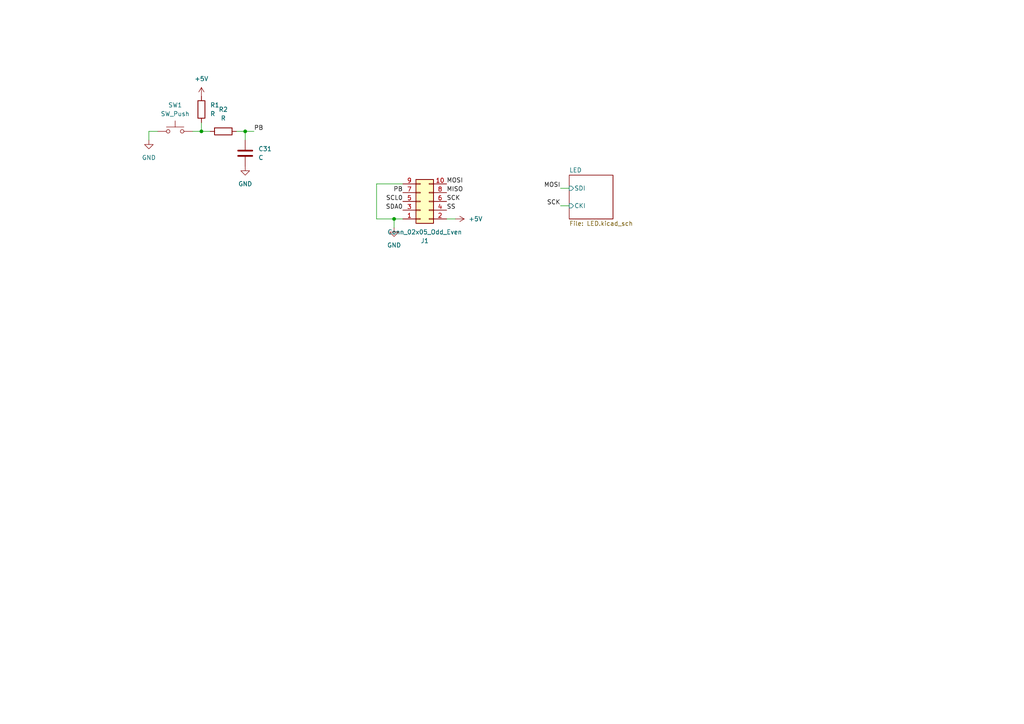
<source format=kicad_sch>
(kicad_sch (version 20230121) (generator eeschema)
  (paper "A4")
  (lib_symbols
    (symbol "Connector_Generic:Conn_02x05_Odd_Even" (pin_names (offset 1.016) hide)
      (property "Reference" "J" (at 1.27 7.62 0))
      (property "Value" "Conn_02x05_Odd_Even" (at 1.27 -7.62 0))
      (symbol "Conn_02x05_Odd_Even_1_1"
        (rectangle (start -1.27 -4.953) (end 0 -5.207) (stroke (width 0.1524)))
        (rectangle (start -1.27 -2.413) (end 0 -2.667) (stroke (width 0.1524)))
        (rectangle (start -1.27 0.127) (end 0 -0.127) (stroke (width 0.1524)))
        (rectangle (start -1.27 2.667) (end 0 2.413) (stroke (width 0.1524)))
        (rectangle (start -1.27 5.207) (end 0 4.953) (stroke (width 0.1524)))
        (rectangle (start -1.27 6.35) (end 3.81 -6.35) (stroke (width 0.254)) (fill (type background)))
        (rectangle (start 3.81 -4.953) (end 2.54 -5.207) (stroke (width 0.1524)))
        (rectangle (start 3.81 -2.413) (end 2.54 -2.667) (stroke (width 0.1524)))
        (rectangle (start 3.81 0.127) (end 2.54 -0.127) (stroke (width 0.1524)))
        (rectangle (start 3.81 2.667) (end 2.54 2.413) (stroke (width 0.1524)))
        (rectangle (start 3.81 5.207) (end 2.54 4.953) (stroke (width 0.1524)))
        (pin passive line (at -5.08 5.08 0) (length 3.81) (name "Pin_1") (number "1"))
        (pin passive line (at 7.62 -5.08 180) (length 3.81) (name "Pin_10") (number "10"))
        (pin passive line (at 7.62 5.08 180) (length 3.81) (name "Pin_2") (number "2"))
        (pin passive line (at -5.08 2.54 0) (length 3.81) (name "Pin_3") (number "3"))
        (pin passive line (at 7.62 2.54 180) (length 3.81) (name "Pin_4") (number "4"))
        (pin passive line (at -5.08 0 0) (length 3.81) (name "Pin_5") (number "5"))
        (pin passive line (at 7.62 0 180) (length 3.81) (name "Pin_6") (number "6"))
        (pin passive line (at -5.08 -2.54 0) (length 3.81) (name "Pin_7") (number "7"))
        (pin passive line (at 7.62 -2.54 180) (length 3.81) (name "Pin_8") (number "8"))
        (pin passive line (at -5.08 -5.08 0) (length 3.81) (name "Pin_9") (number "9"))
      )
    )
    (symbol "Device:C" (pin_numbers hide) (pin_names (offset 0.254))
      (property "Reference" "C" (at 0.635 2.54 0))
      (property "Value" "C" (at 0.635 -2.54 0))
      (symbol "C_0_1"
        (polyline (pts (xy -2.032 -0.762) (xy 2.032 -0.762)) (stroke (width 0.508)))
        (polyline (pts (xy -2.032 0.762) (xy 2.032 0.762)) (stroke (width 0.508)))
      )
      (symbol "C_1_1"
        (pin passive line (at 0 3.81 270) (length 2.794) (name "~") (number "1"))
        (pin passive line (at 0 -3.81 90) (length 2.794) (name "~") (number "2"))
      )
    )
    (symbol "Device:R" (pin_numbers hide) (pin_names (offset 0))
      (property "Reference" "R" (at 2.032 0 90))
      (property "Value" "R" (at 0 0 90))
      (symbol "R_0_1"
        (rectangle (start -1.016 -2.54) (end 1.016 2.54) (stroke (width 0.254)))
      )
      (symbol "R_1_1"
        (pin passive line (at 0 3.81 270) (length 1.27) (name "~") (number "1"))
        (pin passive line (at 0 -3.81 90) (length 1.27) (name "~") (number "2"))
      )
    )
    (symbol "Switch:SW_Push" (pin_numbers hide) (pin_names (offset 1.016) hide)
      (property "Reference" "SW" (at 1.27 2.54 0))
      (property "Value" "SW_Push" (at 0 -1.524 0))
      (symbol "SW_Push_0_1"
        (circle (center -2.032 0) (radius 0.508))
        (polyline (pts (xy 0 1.27) (xy 0 3.048)))
        (polyline (pts (xy 2.54 1.27) (xy -2.54 1.27)))
        (circle (center 2.032 0) (radius 0.508))
        (pin passive line (at -5.08 0 0) (length 2.54) (name "1") (number "1"))
        (pin passive line (at 5.08 0 180) (length 2.54) (name "2") (number "2"))
      )
    )
    (symbol "power:+5V" (power) (pin_names (offset 0))
      (property "Value" "+5V" (at 0 3.556 0))
      (symbol "+5V_0_1"
        (polyline (pts (xy -0.762 1.27) (xy 0 2.54)))
        (polyline (pts (xy 0 0) (xy 0 2.54)))
        (polyline (pts (xy 0 2.54) (xy 0.762 1.27)))
      )
      (symbol "+5V_1_1"
        (pin power_in line (at 0 0 90) (length 0) hide (name "+5V") (number "1"))
      )
    )
    (symbol "power:GND" (power) (pin_names (offset 0))
      (property "Value" "GND" (at 0 -3.81 0))
      (symbol "GND_0_1"
        (polyline (pts (xy 0 0) (xy 0 -1.27) (xy 1.27 -1.27) (xy 0 -2.54) (xy -1.27 -1.27) (xy 0 -1.27)))
      )
      (symbol "GND_1_1"
        (pin power_in line (at 0 0 270) (length 0) hide (name "GND") (number "1"))
      )
    )
  )
  (junction (at 114.3 63.5))
  (junction (at 58.42 38.1))
  (junction (at 71.12 38.1))
  (wire (pts (xy 71.12 38.1) (xy 73.66 38.1)))
  (wire (pts (xy 114.3 66.04) (xy 114.3 63.5)))
  (wire (pts (xy 109.22 63.5) (xy 114.3 63.5)))
  (wire (pts (xy 162.56 59.69) (xy 165.1 59.69)))
  (wire (pts (xy 162.56 54.61) (xy 165.1 54.61)))
  (wire (pts (xy 114.3 63.5) (xy 116.84 63.5)))
  (wire (pts (xy 58.42 35.56) (xy 58.42 38.1)))
  (wire (pts (xy 55.88 38.1) (xy 58.42 38.1)))
  (wire (pts (xy 58.42 38.1) (xy 60.96 38.1)))
  (wire (pts (xy 43.18 40.64) (xy 43.18 38.1)))
  (wire (pts (xy 71.12 40.64) (xy 71.12 38.1)))
  (wire (pts (xy 43.18 38.1) (xy 45.72 38.1)))
  (wire (pts (xy 129.54 63.5) (xy 132.08 63.5)))
  (wire (pts (xy 116.84 53.34) (xy 109.22 53.34)))
  (wire (pts (xy 71.12 38.1) (xy 68.58 38.1)))
  (wire (pts (xy 109.22 53.34) (xy 109.22 63.5)))
  (label "SCL0" (at 116.84 58.42 180))
  (label "SS" (at 129.54 60.96 0))
  (label "PB" (at 73.66 38.1 0))
  (label "PB" (at 116.84 55.88 180))
  (label "MOSI" (at 162.56 54.61 180))
  (label "MISO" (at 129.54 55.88 0))
  (label "SDA0" (at 116.84 60.96 180))
  (label "MOSI" (at 129.54 53.34 0))
  (label "SCK" (at 162.56 59.69 180))
  (label "SCK" (at 129.54 58.42 0))
  (symbol (lib_id "power:GND") (at 71.12 48.26 0) (unit 1)
    (property "Reference" "#PWR076" (effects hide))
    (property "Value" "GND" (at 71.12 53.34 0))
  )
  (symbol (lib_id "power:GND") (at 43.18 40.64 0) (unit 1)
    (property "Reference" "#PWR075" (effects hide))
    (property "Value" "GND" (at 43.18 45.72 0))
  )
  (symbol (lib_id "power:+5V") (at 58.42 27.94 0) (unit 1)
    (property "Reference" "#PWR077" (effects hide))
    (property "Value" "+5V" (at 58.42 22.86 0))
  )
  (symbol (lib_id "Device:R") (at 64.77 38.1 90) (unit 1)
    (property "Reference" "R2" (at 64.77 31.75 90))
    (property "Value" "R" (at 64.77 34.29 90))
    (property "Footprint" "Resistor_SMD:R_0603_1608Metric_Pad0.98x0.95mm_HandSolder" (effects hide))
  )
  (symbol (lib_id "Device:R") (at 58.42 31.75 0) (unit 1)
    (property "Reference" "R1" (at 60.96 30.48 0) (effects (justify left)))
    (property "Value" "R" (at 60.96 33.02 0) (effects (justify left)))
    (property "Footprint" "Resistor_SMD:R_0603_1608Metric_Pad0.98x0.95mm_HandSolder" (effects hide))
  )
  (symbol (lib_id "Device:C") (at 71.12 44.45 0) (unit 1)
    (property "Reference" "C31" (at 74.93 43.18 0) (effects (justify left)))
    (property "Value" "C" (at 74.93 45.72 0) (effects (justify left)))
    (property "Footprint" "Capacitor_SMD:C_0603_1608Metric_Pad1.08x0.95mm_HandSolder" (effects hide))
  )
  (symbol (lib_id "power:GND") (at 114.3 66.04 0) (unit 1)
    (property "Reference" "#PWR073" (effects hide))
    (property "Value" "GND" (at 114.3 71.12 0))
  )
  (symbol (lib_id "Switch:SW_Push") (at 50.8 38.1 0) (unit 1)
    (property "Reference" "SW1" (at 50.8 30.48 0))
    (property "Value" "SW_Push" (at 50.8 33.02 0))
    (property "Footprint" "project_lib:SKPSACE010" (effects hide))
  )
  (symbol (lib_id "power:+5V") (at 132.08 63.5 270) (unit 1)
    (property "Reference" "#PWR074" (effects hide))
    (property "Value" "+5V" (at 135.89 63.5 90) (effects (justify left)))
  )
  (symbol (lib_id "Connector_Generic:Conn_02x05_Odd_Even") (at 121.92 58.42 0) (mirror x) (unit 1)
    (property "Reference" "J1" (at 123.19 69.85 0))
    (property "Value" "Conn_02x05_Odd_Even" (at 123.19 67.31 0))
    (property "Footprint" "Connector_PinHeader_2.54mm:PinHeader_2x05_P2.54mm_Vertical_SMD" (effects hide))
  )
  (sheet (at 165.1 50.8) (size 12.7 12.7) (stroke (width 0.1524))
    (property "Sheetname" "LED" (at 165.1 50.0884 0) (effects (justify left bottom)))
    (property "Sheetfile" "LED.kicad_sch" (at 165.1 64.0846 0) (effects (justify left top)))
    (pin "SDI" input (at 165.1 54.61 180))
    (pin "CKI" input (at 165.1 59.69 180))
  )
)
</source>
